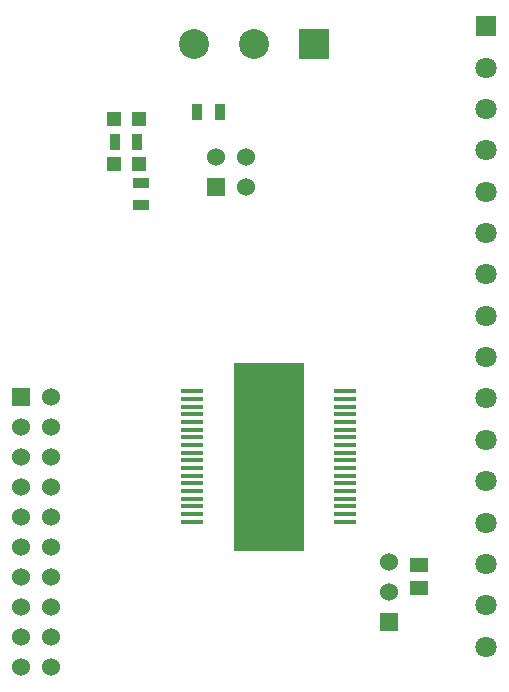
<source format=gts>
G04 (created by PCBNEW (2013-07-07 BZR 4022)-stable) date 20/09/2014 07:20:55*
%MOIN*%
G04 Gerber Fmt 3.4, Leading zero omitted, Abs format*
%FSLAX34Y34*%
G01*
G70*
G90*
G04 APERTURE LIST*
%ADD10C,0.00590551*%
%ADD11R,0.035X0.055*%
%ADD12R,0.055X0.035*%
%ADD13R,0.06X0.06*%
%ADD14C,0.06*%
%ADD15R,0.23622X0.629921*%
%ADD16R,0.0728346X0.0177165*%
%ADD17R,0.0472X0.0472*%
%ADD18R,0.059X0.0512*%
%ADD19R,0.1X0.1*%
%ADD20C,0.1*%
%ADD21C,0.0708661*%
%ADD22R,0.0708661X0.0708661*%
G04 APERTURE END LIST*
G54D10*
G54D11*
X76625Y-40500D03*
X75875Y-40500D03*
G54D12*
X74000Y-42875D03*
X74000Y-43625D03*
G54D13*
X82250Y-57500D03*
G54D14*
X82250Y-56500D03*
X82250Y-55500D03*
G54D13*
X70000Y-50000D03*
G54D14*
X71000Y-50000D03*
X70000Y-51000D03*
X71000Y-51000D03*
X70000Y-52000D03*
X71000Y-52000D03*
X70000Y-53000D03*
X71000Y-53000D03*
X70000Y-54000D03*
X71000Y-54000D03*
X70000Y-55000D03*
X71000Y-55000D03*
X70000Y-56000D03*
X71000Y-56000D03*
X70000Y-57000D03*
X71000Y-57000D03*
X70000Y-58000D03*
X71000Y-58000D03*
X70000Y-59000D03*
X71000Y-59000D03*
G54D15*
X78250Y-52000D03*
G54D16*
X80809Y-54175D03*
X80809Y-53919D03*
X80809Y-53663D03*
X80809Y-53407D03*
X80809Y-53151D03*
X80809Y-52895D03*
X80809Y-52639D03*
X80809Y-52383D03*
X80809Y-52127D03*
X80809Y-51872D03*
X80809Y-51616D03*
X80809Y-51360D03*
X80809Y-51104D03*
X80809Y-50848D03*
X80809Y-50592D03*
X80809Y-50336D03*
X80809Y-50080D03*
X80809Y-49824D03*
X75690Y-49824D03*
X75690Y-50080D03*
X75690Y-50336D03*
X75690Y-50592D03*
X75690Y-50848D03*
X75690Y-51104D03*
X75690Y-51360D03*
X75690Y-51616D03*
X75690Y-51872D03*
X75690Y-52127D03*
X75690Y-52383D03*
X75690Y-52639D03*
X75690Y-52895D03*
X75690Y-53151D03*
X75690Y-53407D03*
X75690Y-53663D03*
X75690Y-53919D03*
X75690Y-54175D03*
G54D17*
X73087Y-40750D03*
X73913Y-40750D03*
X73087Y-42250D03*
X73913Y-42250D03*
G54D18*
X83250Y-56375D03*
X83250Y-55625D03*
G54D19*
X79750Y-38250D03*
G54D20*
X77750Y-38250D03*
X75750Y-38250D03*
G54D21*
X85500Y-58334D03*
X85500Y-56956D03*
G54D22*
X85500Y-37665D03*
G54D21*
X85500Y-39043D03*
X85500Y-40421D03*
X85500Y-41799D03*
X85500Y-43177D03*
X85500Y-44555D03*
X85500Y-45933D03*
X85500Y-47311D03*
X85500Y-48688D03*
X85500Y-50066D03*
X85500Y-51444D03*
X85500Y-52822D03*
X85500Y-54200D03*
X85500Y-55578D03*
G54D11*
X73125Y-41500D03*
X73875Y-41500D03*
G54D13*
X76500Y-43000D03*
G54D14*
X76500Y-42000D03*
X77500Y-43000D03*
X77500Y-42000D03*
M02*

</source>
